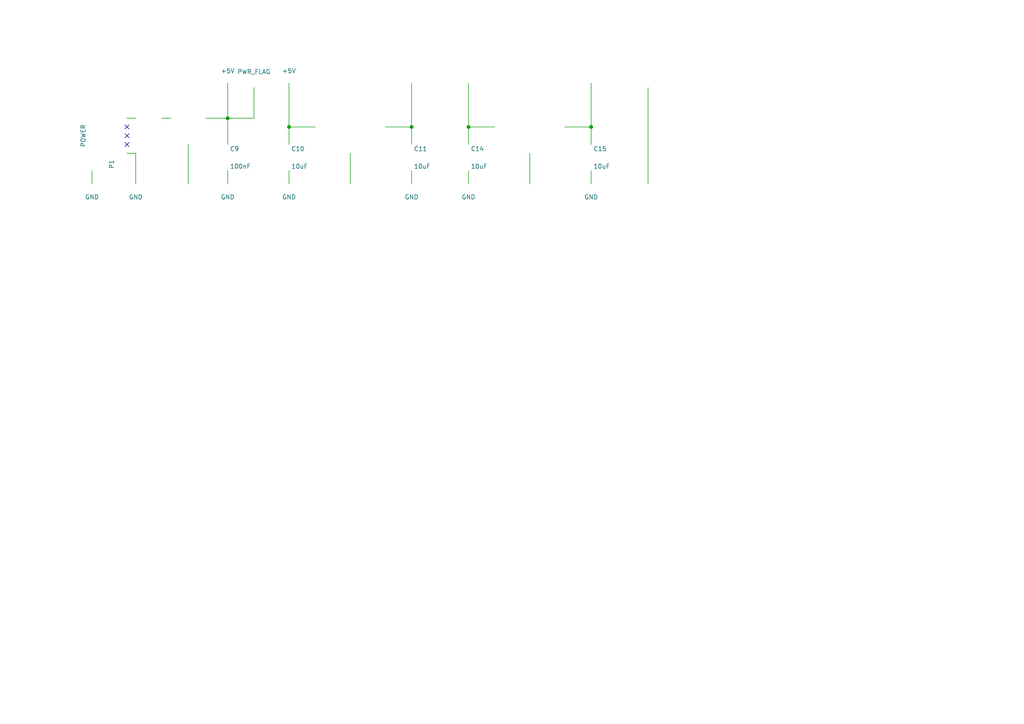
<source format=kicad_sch>
(kicad_sch
	(version 20250114)
	(generator "eeschema")
	(generator_version "9.0")
	(uuid "f1f75297-196d-4877-b056-a083b094bf13")
	(paper "A4")
	(title_block
		(title "Raspberry Pi Compute Module Base Board")
		(rev "A")
		(comment 1 "Copyright (C) 2018  Manolis Agkopian")
		(comment 3 "https://www.gnu.org/licenses/gpl.html")
		(comment 4 "License: GPLv3")
	)
	(lib_symbols)
	(junction
		(at 171.45 36.83)
		(diameter 0)
		(color 0 0 0 0)
		(uuid "0c372d1f-3a80-46e2-8b78-1b58627f8270")
	)
	(junction
		(at 66.04 34.29)
		(diameter 0)
		(color 0 0 0 0)
		(uuid "502e6c95-ef64-4032-8981-df3b197f7cd8")
	)
	(junction
		(at 83.82 36.83)
		(diameter 0)
		(color 0 0 0 0)
		(uuid "a6cad6a4-b5d1-4632-8b48-112ec9fb71a0")
	)
	(junction
		(at 119.38 36.83)
		(diameter 0)
		(color 0 0 0 0)
		(uuid "b0a28700-ecf1-4e7e-a672-d1b5060cb0db")
	)
	(junction
		(at 135.89 36.83)
		(diameter 0)
		(color 0 0 0 0)
		(uuid "cee92b7e-95cf-4ee3-9791-db816f83558f")
	)
	(no_connect
		(at 36.83 41.91)
		(uuid "b6312686-54db-4c34-b7c9-97f225aa62e4")
	)
	(no_connect
		(at 36.83 36.83)
		(uuid "c1cb4cd9-192d-486f-8f4b-3ae35c6509ed")
	)
	(no_connect
		(at 36.83 39.37)
		(uuid "faff9baf-6f26-4122-b7b8-242bd2c50eae")
	)
	(wire
		(pts
			(xy 83.82 36.83) (xy 83.82 41.91)
		)
		(stroke
			(width 0)
			(type default)
		)
		(uuid "03e99430-8c93-4179-a684-09ff90f42fd0")
	)
	(wire
		(pts
			(xy 119.38 49.53) (xy 119.38 53.34)
		)
		(stroke
			(width 0)
			(type default)
		)
		(uuid "0912fe47-e9f8-4326-a72c-bd15fde61721")
	)
	(wire
		(pts
			(xy 73.66 34.29) (xy 73.66 25.4)
		)
		(stroke
			(width 0)
			(type default)
		)
		(uuid "0ccf49b0-7ee4-47aa-8249-3579196ae52d")
	)
	(wire
		(pts
			(xy 83.82 49.53) (xy 83.82 53.34)
		)
		(stroke
			(width 0)
			(type default)
		)
		(uuid "10bdc4b2-9360-4260-a9be-8d5c1ada811c")
	)
	(wire
		(pts
			(xy 135.89 36.83) (xy 135.89 41.91)
		)
		(stroke
			(width 0)
			(type default)
		)
		(uuid "174a5ac2-e83c-4a4b-8e55-a2243c84c02d")
	)
	(wire
		(pts
			(xy 66.04 34.29) (xy 73.66 34.29)
		)
		(stroke
			(width 0)
			(type default)
		)
		(uuid "33f396b7-1104-4bda-819d-56f1eb10271e")
	)
	(wire
		(pts
			(xy 54.61 53.34) (xy 54.61 41.91)
		)
		(stroke
			(width 0)
			(type default)
		)
		(uuid "346a8a0d-a46f-4d25-a164-9e59d84f93d5")
	)
	(wire
		(pts
			(xy 91.44 36.83) (xy 83.82 36.83)
		)
		(stroke
			(width 0)
			(type default)
		)
		(uuid "3906b214-3da6-4463-8635-6acd847910df")
	)
	(wire
		(pts
			(xy 119.38 36.83) (xy 119.38 41.91)
		)
		(stroke
			(width 0)
			(type default)
		)
		(uuid "425c6d9c-83a3-4b3f-bc46-fc12b8c74ff0")
	)
	(wire
		(pts
			(xy 66.04 34.29) (xy 66.04 41.91)
		)
		(stroke
			(width 0)
			(type default)
		)
		(uuid "45292c98-ffb4-43a6-9d9d-c9db8c36bffc")
	)
	(wire
		(pts
			(xy 119.38 24.13) (xy 119.38 36.83)
		)
		(stroke
			(width 0)
			(type default)
		)
		(uuid "46601d71-6b32-4539-b604-25d6cc16cf52")
	)
	(wire
		(pts
			(xy 187.96 53.34) (xy 187.96 25.4)
		)
		(stroke
			(width 0)
			(type default)
		)
		(uuid "5172c9ec-ca59-4768-bbd0-d816f6bba5ad")
	)
	(wire
		(pts
			(xy 171.45 49.53) (xy 171.45 53.34)
		)
		(stroke
			(width 0)
			(type default)
		)
		(uuid "53eb64ab-88a8-4d01-b0be-f2cd29dde805")
	)
	(wire
		(pts
			(xy 66.04 24.13) (xy 66.04 34.29)
		)
		(stroke
			(width 0)
			(type default)
		)
		(uuid "55ec7cd8-9ec2-4dc1-8fb3-ebb89ed1b2a7")
	)
	(wire
		(pts
			(xy 26.67 53.34) (xy 26.67 49.53)
		)
		(stroke
			(width 0)
			(type default)
		)
		(uuid "5e220c57-24a3-4106-9465-00ff600a5c93")
	)
	(wire
		(pts
			(xy 101.6 44.45) (xy 101.6 53.34)
		)
		(stroke
			(width 0)
			(type default)
		)
		(uuid "6012bf55-7ca3-438b-b5c7-6a216048e84b")
	)
	(wire
		(pts
			(xy 83.82 24.13) (xy 83.82 36.83)
		)
		(stroke
			(width 0)
			(type default)
		)
		(uuid "603a3af1-485f-426d-9158-37079b58f657")
	)
	(wire
		(pts
			(xy 46.99 34.29) (xy 49.53 34.29)
		)
		(stroke
			(width 0)
			(type default)
		)
		(uuid "62f74353-ce6e-41a0-80c7-1683b39a0739")
	)
	(wire
		(pts
			(xy 59.69 34.29) (xy 66.04 34.29)
		)
		(stroke
			(width 0)
			(type default)
		)
		(uuid "703dc8ef-ce53-4611-8b2e-1ae1cfa43092")
	)
	(wire
		(pts
			(xy 135.89 24.13) (xy 135.89 36.83)
		)
		(stroke
			(width 0)
			(type default)
		)
		(uuid "74037549-60df-43b8-b5d7-243e038ac33e")
	)
	(wire
		(pts
			(xy 153.67 44.45) (xy 153.67 53.34)
		)
		(stroke
			(width 0)
			(type default)
		)
		(uuid "75067b9f-0037-4ebf-a4a4-ccc37e8ad212")
	)
	(wire
		(pts
			(xy 171.45 36.83) (xy 171.45 41.91)
		)
		(stroke
			(width 0)
			(type default)
		)
		(uuid "7c001629-1225-4faf-8a5a-7bddde157fb8")
	)
	(wire
		(pts
			(xy 36.83 44.45) (xy 39.37 44.45)
		)
		(stroke
			(width 0)
			(type default)
		)
		(uuid "873d7d05-b75b-4502-bccc-b23e9cc1c0da")
	)
	(wire
		(pts
			(xy 163.83 36.83) (xy 171.45 36.83)
		)
		(stroke
			(width 0)
			(type default)
		)
		(uuid "8a80d536-742f-497a-b060-ea752e18fe13")
	)
	(wire
		(pts
			(xy 135.89 49.53) (xy 135.89 53.34)
		)
		(stroke
			(width 0)
			(type default)
		)
		(uuid "9a877210-ebb5-4b51-a924-1cd48df7730b")
	)
	(wire
		(pts
			(xy 111.76 36.83) (xy 119.38 36.83)
		)
		(stroke
			(width 0)
			(type default)
		)
		(uuid "9d4cb642-2ebc-4f79-ab02-4ac8ce7eca71")
	)
	(wire
		(pts
			(xy 171.45 24.13) (xy 171.45 36.83)
		)
		(stroke
			(width 0)
			(type default)
		)
		(uuid "b7c7c018-0896-4327-a092-432dc06d0bbd")
	)
	(wire
		(pts
			(xy 39.37 34.29) (xy 36.83 34.29)
		)
		(stroke
			(width 0)
			(type default)
		)
		(uuid "df184036-cebe-4fb1-a67c-8409b1bed126")
	)
	(wire
		(pts
			(xy 143.51 36.83) (xy 135.89 36.83)
		)
		(stroke
			(width 0)
			(type default)
		)
		(uuid "e55754cf-89b8-4bb4-8bb2-2ee43005e3b7")
	)
	(wire
		(pts
			(xy 39.37 44.45) (xy 39.37 53.34)
		)
		(stroke
			(width 0)
			(type default)
		)
		(uuid "e8881b9d-c9ac-4e21-b37c-b071b945ce06")
	)
	(wire
		(pts
			(xy 66.04 49.53) (xy 66.04 53.34)
		)
		(stroke
			(width 0)
			(type default)
		)
		(uuid "f0cc12a7-cf0b-4550-a57e-7eba98365560")
	)
	(symbol
		(lib_id "REG1117-3.3")
		(at 101.6 38.1 0)
		(unit 1)
		(exclude_from_sim no)
		(in_bom yes)
		(on_board yes)
		(dnp no)
		(uuid "00000000-0000-0000-0000-00005c11a19b")
		(property "Reference" "U1"
			(at 101.6 31.75 0)
			(effects
				(font
					(size 1.27 1.27)
				)
			)
		)
		(property "Value" "REG1117-3.3"
			(at 101.6 33.02 0)
			(effects
				(font
					(size 1.27 1.27)
				)
			)
		)
		(property "Footprint" "TO_SOT_Packages_SMD:SOT-223-3_TabPin2"
			(at 101.6 35.56 0)
			(effects
				(font
					(size 1.27 1.27)
				)
				(hide yes)
			)
		)
		(property "Datasheet" "http://www.ti.com/lit/ds/symlink/reg1117.pdf"
			(at 101.6 38.1 0)
			(effects
				(font
					(size 1.27 1.27)
				)
				(hide yes)
			)
		)
		(property "Description" ""
			(at 101.6 38.1 0)
			(effects
				(font
					(size 1.27 1.27)
				)
			)
		)
		(instances
			(project "compute_module"
				(path "/6dbf7922-aaa5-425e-aaa7-9eaf6f34312d/00000000-0000-0000-0000-00005c119b70"
					(reference "U1")
					(unit 1)
				)
			)
		)
	)
	(symbol
		(lib_id "REG1117A-1.8")
		(at 153.67 38.1 0)
		(unit 1)
		(exclude_from_sim no)
		(in_bom yes)
		(on_board yes)
		(dnp no)
		(uuid "00000000-0000-0000-0000-00005c11a22f")
		(property "Reference" "U3"
			(at 153.67 31.75 0)
			(effects
				(font
					(size 1.27 1.27)
				)
			)
		)
		(property "Value" "REG1117A-1.8"
			(at 153.67 33.02 0)
			(effects
				(font
					(size 1.27 1.27)
				)
			)
		)
		(property "Footprint" "TO_SOT_Packages_SMD:SOT-223-3_TabPin2"
			(at 153.67 35.56 0)
			(effects
				(font
					(size 1.27 1.27)
				)
				(hide yes)
			)
		)
		(property "Datasheet" "http://www.ti.com/lit/ds/symlink/reg1117a.pdf"
			(at 153.67 38.1 0)
			(effects
				(font
					(size 1.27 1.27)
				)
				(hide yes)
			)
		)
		(property "Description" ""
			(at 153.67 38.1 0)
			(effects
				(font
					(size 1.27 1.27)
				)
			)
		)
		(instances
			(project "compute_module"
				(path "/6dbf7922-aaa5-425e-aaa7-9eaf6f34312d/00000000-0000-0000-0000-00005c119b70"
					(reference "U3")
					(unit 1)
				)
			)
		)
	)
	(symbol
		(lib_id "+5V")
		(at 83.82 24.13 0)
		(unit 1)
		(exclude_from_sim no)
		(in_bom yes)
		(on_board yes)
		(dnp no)
		(uuid "00000000-0000-0000-0000-00005c11a324")
		(property "Reference" "#PWR041"
			(at 83.82 27.94 0)
			(effects
				(font
					(size 1.27 1.27)
				)
				(hide yes)
			)
		)
		(property "Value" "+5V"
			(at 83.82 20.574 0)
			(effects
				(font
					(size 1.27 1.27)
				)
			)
		)
		(property "Footprint" ""
			(at 83.82 24.13 0)
			(effects
				(font
					(size 1.27 1.27)
				)
			)
		)
		(property "Datasheet" ""
			(at 83.82 24.13 0)
			(effects
				(font
					(size 1.27 1.27)
				)
			)
		)
		(property "Description" ""
			(at 83.82 24.13 0)
			(effects
				(font
					(size 1.27 1.27)
				)
			)
		)
		(instances
			(project "compute_module"
				(path "/6dbf7922-aaa5-425e-aaa7-9eaf6f34312d/00000000-0000-0000-0000-00005c119b70"
					(reference "#PWR041")
					(unit 1)
				)
			)
		)
	)
	(symbol
		(lib_id "CP1")
		(at 83.82 45.72 0)
		(unit 1)
		(exclude_from_sim no)
		(in_bom yes)
		(on_board yes)
		(dnp no)
		(uuid "00000000-0000-0000-0000-00005c11a372")
		(property "Reference" "C10"
			(at 84.455 43.18 0)
			(effects
				(font
					(size 1.27 1.27)
				)
				(justify left)
			)
		)
		(property "Value" "10uF"
			(at 84.455 48.26 0)
			(effects
				(font
					(size 1.27 1.27)
				)
				(justify left)
			)
		)
		(property "Footprint" "Capacitors_Tantalum_SMD:CP_Tantalum_Case-C_EIA-6032-28_Reflow"
			(at 83.82 45.72 0)
			(effects
				(font
					(size 1.27 1.27)
				)
				(hide yes)
			)
		)
		(property "Datasheet" ""
			(at 83.82 45.72 0)
			(effects
				(font
					(size 1.27 1.27)
				)
			)
		)
		(property "Description" ""
			(at 83.82 45.72 0)
			(effects
				(font
					(size 1.27 1.27)
				)
			)
		)
		(instances
			(project "compute_module"
				(path "/6dbf7922-aaa5-425e-aaa7-9eaf6f34312d/00000000-0000-0000-0000-00005c119b70"
					(reference "C10")
					(unit 1)
				)
			)
		)
	)
	(symbol
		(lib_id "GND")
		(at 83.82 53.34 0)
		(unit 1)
		(exclude_from_sim no)
		(in_bom yes)
		(on_board yes)
		(dnp no)
		(uuid "00000000-0000-0000-0000-00005c11a42c")
		(property "Reference" "#PWR042"
			(at 83.82 59.69 0)
			(effects
				(font
					(size 1.27 1.27)
				)
				(hide yes)
			)
		)
		(property "Value" "GND"
			(at 83.82 57.15 0)
			(effects
				(font
					(size 1.27 1.27)
				)
			)
		)
		(property "Footprint" ""
			(at 83.82 53.34 0)
			(effects
				(font
					(size 1.27 1.27)
				)
			)
		)
		(property "Datasheet" ""
			(at 83.82 53.34 0)
			(effects
				(font
					(size 1.27 1.27)
				)
			)
		)
		(property "Description" ""
			(at 83.82 53.34 0)
			(effects
				(font
					(size 1.27 1.27)
				)
			)
		)
		(instances
			(project "compute_module"
				(path "/6dbf7922-aaa5-425e-aaa7-9eaf6f34312d/00000000-0000-0000-0000-00005c119b70"
					(reference "#PWR042")
					(unit 1)
				)
			)
		)
	)
	(symbol
		(lib_id "GND")
		(at 101.6 53.34 0)
		(unit 1)
		(exclude_from_sim no)
		(in_bom yes)
		(on_board yes)
		(dnp no)
		(uuid "00000000-0000-0000-0000-00005c11a44a")
		(property "Reference" "#PWR043"
			(at 101.6 59.69 0)
			(effects
				(font
					(size 1.27 1.27)
				)
				(hide yes)
			)
		)
		(property "Value" "GND"
			(at 101.6 57.15 0)
			(effects
				(font
					(size 1.27 1.27)
				)
			)
		)
		(property "Footprint" ""
			(at 101.6 53.34 0)
			(effects
				(font
					(size 1.27 1.27)
				)
			)
		)
		(property "Datasheet" ""
			(at 101.6 53.34 0)
			(effects
				(font
					(size 1.27 1.27)
				)
			)
		)
		(property "Description" ""
			(at 101.6 53.34 0)
			(effects
				(font
					(size 1.27 1.27)
				)
			)
		)
		(instances
			(project "compute_module"
				(path "/6dbf7922-aaa5-425e-aaa7-9eaf6f34312d/00000000-0000-0000-0000-00005c119b70"
					(reference "#PWR043")
					(unit 1)
				)
			)
		)
	)
	(symbol
		(lib_id "+3V3")
		(at 119.38 24.13 0)
		(unit 1)
		(exclude_from_sim no)
		(in_bom yes)
		(on_board yes)
		(dnp no)
		(uuid "00000000-0000-0000-0000-00005c11a4aa")
		(property "Reference" "#PWR044"
			(at 119.38 27.94 0)
			(effects
				(font
					(size 1.27 1.27)
				)
				(hide yes)
			)
		)
		(property "Value" "+3V3"
			(at 119.38 20.574 0)
			(effects
				(font
					(size 1.27 1.27)
				)
			)
		)
		(property "Footprint" ""
			(at 119.38 24.13 0)
			(effects
				(font
					(size 1.27 1.27)
				)
			)
		)
		(property "Datasheet" ""
			(at 119.38 24.13 0)
			(effects
				(font
					(size 1.27 1.27)
				)
			)
		)
		(property "Description" ""
			(at 119.38 24.13 0)
			(effects
				(font
					(size 1.27 1.27)
				)
			)
		)
		(instances
			(project "compute_module"
				(path "/6dbf7922-aaa5-425e-aaa7-9eaf6f34312d/00000000-0000-0000-0000-00005c119b70"
					(reference "#PWR044")
					(unit 1)
				)
			)
		)
	)
	(symbol
		(lib_id "CP1")
		(at 119.38 45.72 0)
		(unit 1)
		(exclude_from_sim no)
		(in_bom yes)
		(on_board yes)
		(dnp no)
		(uuid "00000000-0000-0000-0000-00005c11a780")
		(property "Reference" "C11"
			(at 120.015 43.18 0)
			(effects
				(font
					(size 1.27 1.27)
				)
				(justify left)
			)
		)
		(property "Value" "10uF"
			(at 120.015 48.26 0)
			(effects
				(font
					(size 1.27 1.27)
				)
				(justify left)
			)
		)
		(property "Footprint" "Capacitors_Tantalum_SMD:CP_Tantalum_Case-C_EIA-6032-28_Reflow"
			(at 119.38 45.72 0)
			(effects
				(font
					(size 1.27 1.27)
				)
				(hide yes)
			)
		)
		(property "Datasheet" ""
			(at 119.38 45.72 0)
			(effects
				(font
					(size 1.27 1.27)
				)
			)
		)
		(property "Description" ""
			(at 119.38 45.72 0)
			(effects
				(font
					(size 1.27 1.27)
				)
			)
		)
		(instances
			(project "compute_module"
				(path "/6dbf7922-aaa5-425e-aaa7-9eaf6f34312d/00000000-0000-0000-0000-00005c119b70"
					(reference "C11")
					(unit 1)
				)
			)
		)
	)
	(symbol
		(lib_id "GND")
		(at 119.38 53.34 0)
		(unit 1)
		(exclude_from_sim no)
		(in_bom yes)
		(on_board yes)
		(dnp no)
		(uuid "00000000-0000-0000-0000-00005c11a787")
		(property "Reference" "#PWR045"
			(at 119.38 59.69 0)
			(effects
				(font
					(size 1.27 1.27)
				)
				(hide yes)
			)
		)
		(property "Value" "GND"
			(at 119.38 57.15 0)
			(effects
				(font
					(size 1.27 1.27)
				)
			)
		)
		(property "Footprint" ""
			(at 119.38 53.34 0)
			(effects
				(font
					(size 1.27 1.27)
				)
			)
		)
		(property "Datasheet" ""
			(at 119.38 53.34 0)
			(effects
				(font
					(size 1.27 1.27)
				)
			)
		)
		(property "Description" ""
			(at 119.38 53.34 0)
			(effects
				(font
					(size 1.27 1.27)
				)
			)
		)
		(instances
			(project "compute_module"
				(path "/6dbf7922-aaa5-425e-aaa7-9eaf6f34312d/00000000-0000-0000-0000-00005c119b70"
					(reference "#PWR045")
					(unit 1)
				)
			)
		)
	)
	(symbol
		(lib_id "+5V")
		(at 135.89 24.13 0)
		(unit 1)
		(exclude_from_sim no)
		(in_bom yes)
		(on_board yes)
		(dnp no)
		(uuid "00000000-0000-0000-0000-00005c11a92b")
		(property "Reference" "#PWR046"
			(at 135.89 27.94 0)
			(effects
				(font
					(size 1.27 1.27)
				)
				(hide yes)
			)
		)
		(property "Value" "+5V"
			(at 135.89 20.574 0)
			(effects
				(font
					(size 1.27 1.27)
				)
			)
		)
		(property "Footprint" ""
			(at 135.89 24.13 0)
			(effects
				(font
					(size 1.27 1.27)
				)
			)
		)
		(property "Datasheet" ""
			(at 135.89 24.13 0)
			(effects
				(font
					(size 1.27 1.27)
				)
			)
		)
		(property "Description" ""
			(at 135.89 24.13 0)
			(effects
				(font
					(size 1.27 1.27)
				)
			)
		)
		(instances
			(project "compute_module"
				(path "/6dbf7922-aaa5-425e-aaa7-9eaf6f34312d/00000000-0000-0000-0000-00005c119b70"
					(reference "#PWR046")
					(unit 1)
				)
			)
		)
	)
	(symbol
		(lib_id "CP1")
		(at 135.89 45.72 0)
		(unit 1)
		(exclude_from_sim no)
		(in_bom yes)
		(on_board yes)
		(dnp no)
		(uuid "00000000-0000-0000-0000-00005c11a932")
		(property "Reference" "C14"
			(at 136.525 43.18 0)
			(effects
				(font
					(size 1.27 1.27)
				)
				(justify left)
			)
		)
		(property "Value" "10uF"
			(at 136.525 48.26 0)
			(effects
				(font
					(size 1.27 1.27)
				)
				(justify left)
			)
		)
		(property "Footprint" "Capacitors_Tantalum_SMD:CP_Tantalum_Case-C_EIA-6032-28_Reflow"
			(at 135.89 45.72 0)
			(effects
				(font
					(size 1.27 1.27)
				)
				(hide yes)
			)
		)
		(property "Datasheet" ""
			(at 135.89 45.72 0)
			(effects
				(font
					(size 1.27 1.27)
				)
			)
		)
		(property "Description" ""
			(at 135.89 45.72 0)
			(effects
				(font
					(size 1.27 1.27)
				)
			)
		)
		(instances
			(project "compute_module"
				(path "/6dbf7922-aaa5-425e-aaa7-9eaf6f34312d/00000000-0000-0000-0000-00005c119b70"
					(reference "C14")
					(unit 1)
				)
			)
		)
	)
	(symbol
		(lib_id "GND")
		(at 135.89 53.34 0)
		(unit 1)
		(exclude_from_sim no)
		(in_bom yes)
		(on_board yes)
		(dnp no)
		(uuid "00000000-0000-0000-0000-00005c11a93a")
		(property "Reference" "#PWR047"
			(at 135.89 59.69 0)
			(effects
				(font
					(size 1.27 1.27)
				)
				(hide yes)
			)
		)
		(property "Value" "GND"
			(at 135.89 57.15 0)
			(effects
				(font
					(size 1.27 1.27)
				)
			)
		)
		(property "Footprint" ""
			(at 135.89 53.34 0)
			(effects
				(font
					(size 1.27 1.27)
				)
			)
		)
		(property "Datasheet" ""
			(at 135.89 53.34 0)
			(effects
				(font
					(size 1.27 1.27)
				)
			)
		)
		(property "Description" ""
			(at 135.89 53.34 0)
			(effects
				(font
					(size 1.27 1.27)
				)
			)
		)
		(instances
			(project "compute_module"
				(path "/6dbf7922-aaa5-425e-aaa7-9eaf6f34312d/00000000-0000-0000-0000-00005c119b70"
					(reference "#PWR047")
					(unit 1)
				)
			)
		)
	)
	(symbol
		(lib_id "GND")
		(at 153.67 53.34 0)
		(unit 1)
		(exclude_from_sim no)
		(in_bom yes)
		(on_board yes)
		(dnp no)
		(uuid "00000000-0000-0000-0000-00005c11a940")
		(property "Reference" "#PWR048"
			(at 153.67 59.69 0)
			(effects
				(font
					(size 1.27 1.27)
				)
				(hide yes)
			)
		)
		(property "Value" "GND"
			(at 153.67 57.15 0)
			(effects
				(font
					(size 1.27 1.27)
				)
			)
		)
		(property "Footprint" ""
			(at 153.67 53.34 0)
			(effects
				(font
					(size 1.27 1.27)
				)
			)
		)
		(property "Datasheet" ""
			(at 153.67 53.34 0)
			(effects
				(font
					(size 1.27 1.27)
				)
			)
		)
		(property "Description" ""
			(at 153.67 53.34 0)
			(effects
				(font
					(size 1.27 1.27)
				)
			)
		)
		(instances
			(project "compute_module"
				(path "/6dbf7922-aaa5-425e-aaa7-9eaf6f34312d/00000000-0000-0000-0000-00005c119b70"
					(reference "#PWR048")
					(unit 1)
				)
			)
		)
	)
	(symbol
		(lib_id "CP1")
		(at 171.45 45.72 0)
		(unit 1)
		(exclude_from_sim no)
		(in_bom yes)
		(on_board yes)
		(dnp no)
		(uuid "00000000-0000-0000-0000-00005c11a94d")
		(property "Reference" "C15"
			(at 172.085 43.18 0)
			(effects
				(font
					(size 1.27 1.27)
				)
				(justify left)
			)
		)
		(property "Value" "10uF"
			(at 172.085 48.26 0)
			(effects
				(font
					(size 1.27 1.27)
				)
				(justify left)
			)
		)
		(property "Footprint" "Capacitors_Tantalum_SMD:CP_Tantalum_Case-C_EIA-6032-28_Reflow"
			(at 171.45 45.72 0)
			(effects
				(font
					(size 1.27 1.27)
				)
				(hide yes)
			)
		)
		(property "Datasheet" ""
			(at 171.45 45.72 0)
			(effects
				(font
					(size 1.27 1.27)
				)
			)
		)
		(property "Description" ""
			(at 171.45 45.72 0)
			(effects
				(font
					(size 1.27 1.27)
				)
			)
		)
		(instances
			(project "compute_module"
				(path "/6dbf7922-aaa5-425e-aaa7-9eaf6f34312d/00000000-0000-0000-0000-00005c119b70"
					(reference "C15")
					(unit 1)
				)
			)
		)
	)
	(symbol
		(lib_id "GND")
		(at 171.45 53.34 0)
		(unit 1)
		(exclude_from_sim no)
		(in_bom yes)
		(on_board yes)
		(dnp no)
		(uuid "00000000-0000-0000-0000-00005c11a954")
		(property "Reference" "#PWR049"
			(at 171.45 59.69 0)
			(effects
				(font
					(size 1.27 1.27)
				)
				(hide yes)
			)
		)
		(property "Value" "GND"
			(at 171.45 57.15 0)
			(effects
				(font
					(size 1.27 1.27)
				)
			)
		)
		(property "Footprint" ""
			(at 171.45 53.34 0)
			(effects
				(font
					(size 1.27 1.27)
				)
			)
		)
		(property "Datasheet" ""
			(at 171.45 53.34 0)
			(effects
				(font
					(size 1.27 1.27)
				)
			)
		)
		(property "Description" ""
			(at 171.45 53.34 0)
			(effects
				(font
					(size 1.27 1.27)
				)
			)
		)
		(instances
			(project "compute_module"
				(path "/6dbf7922-aaa5-425e-aaa7-9eaf6f34312d/00000000-0000-0000-0000-00005c119b70"
					(reference "#PWR049")
					(unit 1)
				)
			)
		)
	)
	(symbol
		(lib_id "+1V8")
		(at 171.45 24.13 0)
		(unit 1)
		(exclude_from_sim no)
		(in_bom yes)
		(on_board yes)
		(dnp no)
		(uuid "00000000-0000-0000-0000-00005c11ae43")
		(property "Reference" "#PWR050"
			(at 171.45 27.94 0)
			(effects
				(font
					(size 1.27 1.27)
				)
				(hide yes)
			)
		)
		(property "Value" "+1V8"
			(at 171.45 20.574 0)
			(effects
				(font
					(size 1.27 1.27)
				)
			)
		)
		(property "Footprint" ""
			(at 171.45 24.13 0)
			(effects
				(font
					(size 1.27 1.27)
				)
			)
		)
		(property "Datasheet" ""
			(at 171.45 24.13 0)
			(effects
				(font
					(size 1.27 1.27)
				)
			)
		)
		(property "Description" ""
			(at 171.45 24.13 0)
			(effects
				(font
					(size 1.27 1.27)
				)
			)
		)
		(instances
			(project "compute_module"
				(path "/6dbf7922-aaa5-425e-aaa7-9eaf6f34312d/00000000-0000-0000-0000-00005c119b70"
					(reference "#PWR050")
					(unit 1)
				)
			)
		)
	)
	(symbol
		(lib_id "USB_OTG")
		(at 29.21 39.37 90)
		(mirror x)
		(unit 1)
		(exclude_from_sim no)
		(in_bom yes)
		(on_board yes)
		(dnp no)
		(uuid "00000000-0000-0000-0000-00005c121d56")
		(property "Reference" "P1"
			(at 32.385 47.625 0)
			(effects
				(font
					(size 1.27 1.27)
				)
			)
		)
		(property "Value" "POWER"
			(at 24.13 39.37 0)
			(effects
				(font
					(size 1.27 1.27)
				)
			)
		)
		(property "Footprint" "Connectors:USB_Micro-B"
			(at 31.75 38.1 90)
			(effects
				(font
					(size 1.27 1.27)
				)
				(hide yes)
			)
		)
		(property "Datasheet" "https://www.tme.eu/en/Document/b7989e722b05f5084c507fb3ad8f02cb/MX-105017-0001.pdf"
			(at 31.75 38.1 90)
			(effects
				(font
					(size 1.27 1.27)
				)
				(hide yes)
			)
		)
		(property "Description" ""
			(at 29.21 39.37 0)
			(effects
				(font
					(size 1.27 1.27)
				)
			)
		)
		(instances
			(project "compute_module"
				(path "/6dbf7922-aaa5-425e-aaa7-9eaf6f34312d/00000000-0000-0000-0000-00005c119b70"
					(reference "P1")
					(unit 1)
				)
			)
		)
	)
	(symbol
		(lib_id "GND")
		(at 26.67 53.34 0)
		(unit 1)
		(exclude_from_sim no)
		(in_bom yes)
		(on_board yes)
		(dnp no)
		(uuid "00000000-0000-0000-0000-00005c12209b")
		(property "Reference" "#PWR051"
			(at 26.67 59.69 0)
			(effects
				(font
					(size 1.27 1.27)
				)
				(hide yes)
			)
		)
		(property "Value" "GND"
			(at 26.67 57.15 0)
			(effects
				(font
					(size 1.27 1.27)
				)
			)
		)
		(property "Footprint" ""
			(at 26.67 53.34 0)
			(effects
				(font
					(size 1.27 1.27)
				)
			)
		)
		(property "Datasheet" ""
			(at 26.67 53.34 0)
			(effects
				(font
					(size 1.27 1.27)
				)
			)
		)
		(property "Description" ""
			(at 26.67 53.34 0)
			(effects
				(font
					(size 1.27 1.27)
				)
			)
		)
		(instances
			(project "compute_module"
				(path "/6dbf7922-aaa5-425e-aaa7-9eaf6f34312d/00000000-0000-0000-0000-00005c119b70"
					(reference "#PWR051")
					(unit 1)
				)
			)
		)
	)
	(symbol
		(lib_id "+5V")
		(at 66.04 24.13 0)
		(unit 1)
		(exclude_from_sim no)
		(in_bom yes)
		(on_board yes)
		(dnp no)
		(uuid "00000000-0000-0000-0000-00005c122165")
		(property "Reference" "#PWR052"
			(at 66.04 27.94 0)
			(effects
				(font
					(size 1.27 1.27)
				)
				(hide yes)
			)
		)
		(property "Value" "+5V"
			(at 66.04 20.574 0)
			(effects
				(font
					(size 1.27 1.27)
				)
			)
		)
		(property "Footprint" ""
			(at 66.04 24.13 0)
			(effects
				(font
					(size 1.27 1.27)
				)
			)
		)
		(property "Datasheet" ""
			(at 66.04 24.13 0)
			(effects
				(font
					(size 1.27 1.27)
				)
			)
		)
		(property "Description" ""
			(at 66.04 24.13 0)
			(effects
				(font
					(size 1.27 1.27)
				)
			)
		)
		(instances
			(project "compute_module"
				(path "/6dbf7922-aaa5-425e-aaa7-9eaf6f34312d/00000000-0000-0000-0000-00005c119b70"
					(reference "#PWR052")
					(unit 1)
				)
			)
		)
	)
	(symbol
		(lib_id "GND")
		(at 39.37 53.34 0)
		(unit 1)
		(exclude_from_sim no)
		(in_bom yes)
		(on_board yes)
		(dnp no)
		(uuid "00000000-0000-0000-0000-00005c122303")
		(property "Reference" "#PWR053"
			(at 39.37 59.69 0)
			(effects
				(font
					(size 1.27 1.27)
				)
				(hide yes)
			)
		)
		(property "Value" "GND"
			(at 39.37 57.15 0)
			(effects
				(font
					(size 1.27 1.27)
				)
			)
		)
		(property "Footprint" ""
			(at 39.37 53.34 0)
			(effects
				(font
					(size 1.27 1.27)
				)
			)
		)
		(property "Datasheet" ""
			(at 39.37 53.34 0)
			(effects
				(font
					(size 1.27 1.27)
				)
			)
		)
		(property "Description" ""
			(at 39.37 53.34 0)
			(effects
				(font
					(size 1.27 1.27)
				)
			)
		)
		(instances
			(project "compute_module"
				(path "/6dbf7922-aaa5-425e-aaa7-9eaf6f34312d/00000000-0000-0000-0000-00005c119b70"
					(reference "#PWR053")
					(unit 1)
				)
			)
		)
	)
	(symbol
		(lib_id "GND")
		(at 66.04 53.34 0)
		(unit 1)
		(exclude_from_sim no)
		(in_bom yes)
		(on_board yes)
		(dnp no)
		(uuid "00000000-0000-0000-0000-00005c122ac6")
		(property "Reference" "#PWR054"
			(at 66.04 59.69 0)
			(effects
				(font
					(size 1.27 1.27)
				)
				(hide yes)
			)
		)
		(property "Value" "GND"
			(at 66.04 57.15 0)
			(effects
				(font
					(size 1.27 1.27)
				)
			)
		)
		(property "Footprint" ""
			(at 66.04 53.34 0)
			(effects
				(font
					(size 1.27 1.27)
				)
			)
		)
		(property "Datasheet" ""
			(at 66.04 53.34 0)
			(effects
				(font
					(size 1.27 1.27)
				)
			)
		)
		(property "Description" ""
			(at 66.04 53.34 0)
			(effects
				(font
					(size 1.27 1.27)
				)
			)
		)
		(instances
			(project "compute_module"
				(path "/6dbf7922-aaa5-425e-aaa7-9eaf6f34312d/00000000-0000-0000-0000-00005c119b70"
					(reference "#PWR054")
					(unit 1)
				)
			)
		)
	)
	(symbol
		(lib_id "Q_PMOS_GSD")
		(at 54.61 36.83 90)
		(unit 1)
		(exclude_from_sim no)
		(in_bom yes)
		(on_board yes)
		(dnp no)
		(uuid "00000000-0000-0000-0000-00005c124698")
		(property "Reference" "Q2"
			(at 53.34 31.75 0)
			(effects
				(font
					(size 1.27 1.27)
				)
				(justify left)
			)
		)
		(property "Value" "DMP3056L-7"
			(at 55.88 31.75 0)
			(effects
				(font
					(size 1.27 1.27)
				)
				(justify left)
			)
		)
		(property "Footprint" "TO_SOT_Packages_SMD:SOT-23"
			(at 52.07 31.75 0)
			(effects
				(font
					(size 1.27 1.27)
				)
				(hide yes)
			)
		)
		(property "Datasheet" "https://www.tme.eu/en/Document/250d260377fe1e01ee709e3eafa0c268/DMP3056L.pdf"
			(at 54.61 36.83 0)
			(effects
				(font
					(size 1.27 1.27)
				)
				(hide yes)
			)
		)
		(property "Description" ""
			(at 54.61 36.83 0)
			(effects
				(font
					(size 1.27 1.27)
				)
			)
		)
		(instances
			(project "compute_module"
				(path "/6dbf7922-aaa5-425e-aaa7-9eaf6f34312d/00000000-0000-0000-0000-00005c119b70"
					(reference "Q2")
					(unit 1)
				)
			)
		)
	)
	(symbol
		(lib_id "GND")
		(at 54.61 53.34 0)
		(unit 1)
		(exclude_from_sim no)
		(in_bom yes)
		(on_board yes)
		(dnp no)
		(uuid "00000000-0000-0000-0000-00005c124e5d")
		(property "Reference" "#PWR055"
			(at 54.61 59.69 0)
			(effects
				(font
					(size 1.27 1.27)
				)
				(hide yes)
			)
		)
		(property "Value" "GND"
			(at 54.61 57.15 0)
			(effects
				(font
					(size 1.27 1.27)
				)
			)
		)
		(property "Footprint" ""
			(at 54.61 53.34 0)
			(effects
				(font
					(size 1.27 1.27)
				)
			)
		)
		(property "Datasheet" ""
			(at 54.61 53.34 0)
			(effects
				(font
					(size 1.27 1.27)
				)
			)
		)
		(property "Description" ""
			(at 54.61 53.34 0)
			(effects
				(font
					(size 1.27 1.27)
				)
			)
		)
		(instances
			(project "compute_module"
				(path "/6dbf7922-aaa5-425e-aaa7-9eaf6f34312d/00000000-0000-0000-0000-00005c119b70"
					(reference "#PWR055")
					(unit 1)
				)
			)
		)
	)
	(symbol
		(lib_id "PWR_FLAG")
		(at 73.66 25.4 0)
		(unit 1)
		(exclude_from_sim no)
		(in_bom yes)
		(on_board yes)
		(dnp no)
		(uuid "00000000-0000-0000-0000-00005c13f037")
		(property "Reference" "#FLG056"
			(at 73.66 22.987 0)
			(effects
				(font
					(size 1.27 1.27)
				)
				(hide yes)
			)
		)
		(property "Value" "PWR_FLAG"
			(at 73.66 20.828 0)
			(effects
				(font
					(size 1.27 1.27)
				)
			)
		)
		(property "Footprint" ""
			(at 73.66 25.4 0)
			(effects
				(font
					(size 1.27 1.27)
				)
			)
		)
		(property "Datasheet" ""
			(at 73.66 25.4 0)
			(effects
				(font
					(size 1.27 1.27)
				)
			)
		)
		(property "Description" ""
			(at 73.66 25.4 0)
			(effects
				(font
					(size 1.27 1.27)
				)
			)
		)
		(instances
			(project "compute_module"
				(path "/6dbf7922-aaa5-425e-aaa7-9eaf6f34312d/00000000-0000-0000-0000-00005c119b70"
					(reference "#FLG056")
					(unit 1)
				)
			)
		)
	)
	(symbol
		(lib_id "PWR_FLAG")
		(at 187.96 25.4 0)
		(unit 1)
		(exclude_from_sim no)
		(in_bom yes)
		(on_board yes)
		(dnp no)
		(uuid "00000000-0000-0000-0000-00005c13f5fd")
		(property "Reference" "#FLG057"
			(at 187.96 22.987 0)
			(effects
				(font
					(size 1.27 1.27)
				)
				(hide yes)
			)
		)
		(property "Value" "PWR_FLAG"
			(at 187.96 20.828 0)
			(effects
				(font
					(size 1.27 1.27)
				)
			)
		)
		(property "Footprint" ""
			(at 187.96 25.4 0)
			(effects
				(font
					(size 1.27 1.27)
				)
			)
		)
		(property "Datasheet" ""
			(at 187.96 25.4 0)
			(effects
				(font
					(size 1.27 1.27)
				)
			)
		)
		(property "Description" ""
			(at 187.96 25.4 0)
			(effects
				(font
					(size 1.27 1.27)
				)
			)
		)
		(instances
			(project "compute_module"
				(path "/6dbf7922-aaa5-425e-aaa7-9eaf6f34312d/00000000-0000-0000-0000-00005c119b70"
					(reference "#FLG057")
					(unit 1)
				)
			)
		)
	)
	(symbol
		(lib_id "GND")
		(at 187.96 53.34 0)
		(unit 1)
		(exclude_from_sim no)
		(in_bom yes)
		(on_board yes)
		(dnp no)
		(uuid "00000000-0000-0000-0000-00005c13f62f")
		(property "Reference" "#PWR058"
			(at 187.96 59.69 0)
			(effects
				(font
					(size 1.27 1.27)
				)
				(hide yes)
			)
		)
		(property "Value" "GND"
			(at 187.96 57.15 0)
			(effects
				(font
					(size 1.27 1.27)
				)
			)
		)
		(property "Footprint" ""
			(at 187.96 53.34 0)
			(effects
				(font
					(size 1.27 1.27)
				)
			)
		)
		(property "Datasheet" ""
			(at 187.96 53.34 0)
			(effects
				(font
					(size 1.27 1.27)
				)
			)
		)
		(property "Description" ""
			(at 187.96 53.34 0)
			(effects
				(font
					(size 1.27 1.27)
				)
			)
		)
		(instances
			(project "compute_module"
				(path "/6dbf7922-aaa5-425e-aaa7-9eaf6f34312d/00000000-0000-0000-0000-00005c119b70"
					(reference "#PWR058")
					(unit 1)
				)
			)
		)
	)
	(symbol
		(lib_id "C")
		(at 66.04 45.72 0)
		(unit 1)
		(exclude_from_sim no)
		(in_bom yes)
		(on_board yes)
		(dnp no)
		(uuid "00000000-0000-0000-0000-00005c14646a")
		(property "Reference" "C9"
			(at 66.675 43.18 0)
			(effects
				(font
					(size 1.27 1.27)
				)
				(justify left)
			)
		)
		(property "Value" "100nF"
			(at 66.675 48.26 0)
			(effects
				(font
					(size 1.27 1.27)
				)
				(justify left)
			)
		)
		(property "Footprint" "Capacitors_SMD:C_0402"
			(at 67.0052 49.53 0)
			(effects
				(font
					(size 1.27 1.27)
				)
				(hide yes)
			)
		)
		(property "Datasheet" ""
			(at 66.04 45.72 0)
			(effects
				(font
					(size 1.27 1.27)
				)
			)
		)
		(property "Description" ""
			(at 66.04 45.72 0)
			(effects
				(font
					(size 1.27 1.27)
				)
			)
		)
		(instances
			(project "compute_module"
				(path "/6dbf7922-aaa5-425e-aaa7-9eaf6f34312d/00000000-0000-0000-0000-00005c119b70"
					(reference "C9")
					(unit 1)
				)
			)
		)
	)
	(symbol
		(lib_id "Polyfuse")
		(at 43.18 34.29 270)
		(unit 1)
		(exclude_from_sim no)
		(in_bom yes)
		(on_board yes)
		(dnp no)
		(uuid "00000000-0000-0000-0000-00005c16eb7f")
		(property "Reference" "F1"
			(at 43.18 31.75 90)
			(effects
				(font
					(size 1.27 1.27)
				)
			)
		)
		(property "Value" "2A 6V"
			(at 43.18 36.83 90)
			(effects
				(font
					(size 1.27 1.27)
				)
			)
		)
		(property "Footprint" "Polyfuse_Bourns_MF-PSML:Polyfuse_0805"
			(at 38.1 35.56 0)
			(effects
				(font
					(size 1.27 1.27)
				)
				(justify left)
				(hide yes)
			)
		)
		(property "Datasheet" "https://gr.mouser.com/datasheet/2/54/Bourns_MF-PSML-1159396.pdf"
			(at 43.18 34.29 0)
			(effects
				(font
					(size 1.27 1.27)
				)
				(hide yes)
			)
		)
		(property "Description" ""
			(at 43.18 34.29 0)
			(effects
				(font
					(size 1.27 1.27)
				)
			)
		)
		(instances
			(project "compute_module"
				(path "/6dbf7922-aaa5-425e-aaa7-9eaf6f34312d/00000000-0000-0000-0000-00005c119b70"
					(reference "F1")
					(unit 1)
				)
			)
		)
	)
)

</source>
